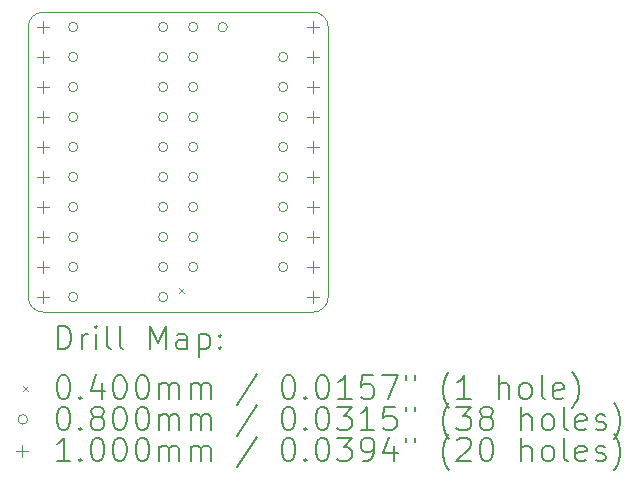
<source format=gbr>
%TF.GenerationSoftware,KiCad,Pcbnew,(6.0.7-1)-1*%
%TF.CreationDate,2022-08-10T01:19:31+02:00*%
%TF.ProjectId,led_bar,6c65645f-6261-4722-9e6b-696361645f70,rev?*%
%TF.SameCoordinates,Original*%
%TF.FileFunction,Drillmap*%
%TF.FilePolarity,Positive*%
%FSLAX45Y45*%
G04 Gerber Fmt 4.5, Leading zero omitted, Abs format (unit mm)*
G04 Created by KiCad (PCBNEW (6.0.7-1)-1) date 2022-08-10 01:19:31*
%MOMM*%
%LPD*%
G01*
G04 APERTURE LIST*
%ADD10C,0.100000*%
%ADD11C,0.200000*%
%ADD12C,0.040000*%
%ADD13C,0.080000*%
G04 APERTURE END LIST*
D10*
X13843000Y-14732000D02*
X13843000Y-12446000D01*
X13843000Y-14732000D02*
G75*
G03*
X13970000Y-14859000I127000J0D01*
G01*
X16383000Y-12446000D02*
G75*
G03*
X16256000Y-12319000I-127000J0D01*
G01*
X16256000Y-14859000D02*
X13970000Y-14859000D01*
X13970000Y-12319000D02*
X16256000Y-12319000D01*
X16383000Y-12446000D02*
X16383000Y-14732000D01*
X13970000Y-12319000D02*
G75*
G03*
X13843000Y-12446000I0J-127000D01*
G01*
X16256000Y-14859000D02*
G75*
G03*
X16383000Y-14732000I0J127000D01*
G01*
D11*
D12*
X15118400Y-14657450D02*
X15158400Y-14697450D01*
X15158400Y-14657450D02*
X15118400Y-14697450D01*
D13*
X14264000Y-12446000D02*
G75*
G03*
X14264000Y-12446000I-40000J0D01*
G01*
X14264000Y-12700000D02*
G75*
G03*
X14264000Y-12700000I-40000J0D01*
G01*
X14264000Y-12954000D02*
G75*
G03*
X14264000Y-12954000I-40000J0D01*
G01*
X14264000Y-13208000D02*
G75*
G03*
X14264000Y-13208000I-40000J0D01*
G01*
X14264000Y-13462000D02*
G75*
G03*
X14264000Y-13462000I-40000J0D01*
G01*
X14264000Y-13716000D02*
G75*
G03*
X14264000Y-13716000I-40000J0D01*
G01*
X14264000Y-13970000D02*
G75*
G03*
X14264000Y-13970000I-40000J0D01*
G01*
X14264000Y-14224000D02*
G75*
G03*
X14264000Y-14224000I-40000J0D01*
G01*
X14264000Y-14478000D02*
G75*
G03*
X14264000Y-14478000I-40000J0D01*
G01*
X14264000Y-14732000D02*
G75*
G03*
X14264000Y-14732000I-40000J0D01*
G01*
X15026000Y-12446000D02*
G75*
G03*
X15026000Y-12446000I-40000J0D01*
G01*
X15026000Y-12700000D02*
G75*
G03*
X15026000Y-12700000I-40000J0D01*
G01*
X15026000Y-12954000D02*
G75*
G03*
X15026000Y-12954000I-40000J0D01*
G01*
X15026000Y-13208000D02*
G75*
G03*
X15026000Y-13208000I-40000J0D01*
G01*
X15026000Y-13462000D02*
G75*
G03*
X15026000Y-13462000I-40000J0D01*
G01*
X15026000Y-13716000D02*
G75*
G03*
X15026000Y-13716000I-40000J0D01*
G01*
X15026000Y-13970000D02*
G75*
G03*
X15026000Y-13970000I-40000J0D01*
G01*
X15026000Y-14224000D02*
G75*
G03*
X15026000Y-14224000I-40000J0D01*
G01*
X15026000Y-14478000D02*
G75*
G03*
X15026000Y-14478000I-40000J0D01*
G01*
X15026000Y-14732000D02*
G75*
G03*
X15026000Y-14732000I-40000J0D01*
G01*
X15280000Y-12446000D02*
G75*
G03*
X15280000Y-12446000I-40000J0D01*
G01*
X15280000Y-12700000D02*
G75*
G03*
X15280000Y-12700000I-40000J0D01*
G01*
X15280000Y-12954000D02*
G75*
G03*
X15280000Y-12954000I-40000J0D01*
G01*
X15280000Y-13208000D02*
G75*
G03*
X15280000Y-13208000I-40000J0D01*
G01*
X15280000Y-13462000D02*
G75*
G03*
X15280000Y-13462000I-40000J0D01*
G01*
X15280000Y-13716000D02*
G75*
G03*
X15280000Y-13716000I-40000J0D01*
G01*
X15280000Y-13970000D02*
G75*
G03*
X15280000Y-13970000I-40000J0D01*
G01*
X15280000Y-14224000D02*
G75*
G03*
X15280000Y-14224000I-40000J0D01*
G01*
X15280000Y-14478000D02*
G75*
G03*
X15280000Y-14478000I-40000J0D01*
G01*
X15530000Y-12446000D02*
G75*
G03*
X15530000Y-12446000I-40000J0D01*
G01*
X16042000Y-12700000D02*
G75*
G03*
X16042000Y-12700000I-40000J0D01*
G01*
X16042000Y-12954000D02*
G75*
G03*
X16042000Y-12954000I-40000J0D01*
G01*
X16042000Y-13208000D02*
G75*
G03*
X16042000Y-13208000I-40000J0D01*
G01*
X16042000Y-13462000D02*
G75*
G03*
X16042000Y-13462000I-40000J0D01*
G01*
X16042000Y-13716000D02*
G75*
G03*
X16042000Y-13716000I-40000J0D01*
G01*
X16042000Y-13970000D02*
G75*
G03*
X16042000Y-13970000I-40000J0D01*
G01*
X16042000Y-14224000D02*
G75*
G03*
X16042000Y-14224000I-40000J0D01*
G01*
X16042000Y-14478000D02*
G75*
G03*
X16042000Y-14478000I-40000J0D01*
G01*
D10*
X13970000Y-12396000D02*
X13970000Y-12496000D01*
X13920000Y-12446000D02*
X14020000Y-12446000D01*
X13970000Y-12650000D02*
X13970000Y-12750000D01*
X13920000Y-12700000D02*
X14020000Y-12700000D01*
X13970000Y-12904000D02*
X13970000Y-13004000D01*
X13920000Y-12954000D02*
X14020000Y-12954000D01*
X13970000Y-13158000D02*
X13970000Y-13258000D01*
X13920000Y-13208000D02*
X14020000Y-13208000D01*
X13970000Y-13412000D02*
X13970000Y-13512000D01*
X13920000Y-13462000D02*
X14020000Y-13462000D01*
X13970000Y-13666000D02*
X13970000Y-13766000D01*
X13920000Y-13716000D02*
X14020000Y-13716000D01*
X13970000Y-13920000D02*
X13970000Y-14020000D01*
X13920000Y-13970000D02*
X14020000Y-13970000D01*
X13970000Y-14174000D02*
X13970000Y-14274000D01*
X13920000Y-14224000D02*
X14020000Y-14224000D01*
X13970000Y-14428000D02*
X13970000Y-14528000D01*
X13920000Y-14478000D02*
X14020000Y-14478000D01*
X13970000Y-14682000D02*
X13970000Y-14782000D01*
X13920000Y-14732000D02*
X14020000Y-14732000D01*
X16256000Y-12396000D02*
X16256000Y-12496000D01*
X16206000Y-12446000D02*
X16306000Y-12446000D01*
X16256000Y-12650000D02*
X16256000Y-12750000D01*
X16206000Y-12700000D02*
X16306000Y-12700000D01*
X16256000Y-12904000D02*
X16256000Y-13004000D01*
X16206000Y-12954000D02*
X16306000Y-12954000D01*
X16256000Y-13158000D02*
X16256000Y-13258000D01*
X16206000Y-13208000D02*
X16306000Y-13208000D01*
X16256000Y-13412000D02*
X16256000Y-13512000D01*
X16206000Y-13462000D02*
X16306000Y-13462000D01*
X16256000Y-13666000D02*
X16256000Y-13766000D01*
X16206000Y-13716000D02*
X16306000Y-13716000D01*
X16256000Y-13920000D02*
X16256000Y-14020000D01*
X16206000Y-13970000D02*
X16306000Y-13970000D01*
X16256000Y-14174000D02*
X16256000Y-14274000D01*
X16206000Y-14224000D02*
X16306000Y-14224000D01*
X16256000Y-14428000D02*
X16256000Y-14528000D01*
X16206000Y-14478000D02*
X16306000Y-14478000D01*
X16256000Y-14682000D02*
X16256000Y-14782000D01*
X16206000Y-14732000D02*
X16306000Y-14732000D01*
D11*
X14095619Y-15174476D02*
X14095619Y-14974476D01*
X14143238Y-14974476D01*
X14171809Y-14984000D01*
X14190857Y-15003048D01*
X14200381Y-15022095D01*
X14209905Y-15060190D01*
X14209905Y-15088762D01*
X14200381Y-15126857D01*
X14190857Y-15145905D01*
X14171809Y-15164952D01*
X14143238Y-15174476D01*
X14095619Y-15174476D01*
X14295619Y-15174476D02*
X14295619Y-15041143D01*
X14295619Y-15079238D02*
X14305143Y-15060190D01*
X14314667Y-15050667D01*
X14333714Y-15041143D01*
X14352762Y-15041143D01*
X14419428Y-15174476D02*
X14419428Y-15041143D01*
X14419428Y-14974476D02*
X14409905Y-14984000D01*
X14419428Y-14993524D01*
X14428952Y-14984000D01*
X14419428Y-14974476D01*
X14419428Y-14993524D01*
X14543238Y-15174476D02*
X14524190Y-15164952D01*
X14514667Y-15145905D01*
X14514667Y-14974476D01*
X14648000Y-15174476D02*
X14628952Y-15164952D01*
X14619428Y-15145905D01*
X14619428Y-14974476D01*
X14876571Y-15174476D02*
X14876571Y-14974476D01*
X14943238Y-15117333D01*
X15009905Y-14974476D01*
X15009905Y-15174476D01*
X15190857Y-15174476D02*
X15190857Y-15069714D01*
X15181333Y-15050667D01*
X15162286Y-15041143D01*
X15124190Y-15041143D01*
X15105143Y-15050667D01*
X15190857Y-15164952D02*
X15171809Y-15174476D01*
X15124190Y-15174476D01*
X15105143Y-15164952D01*
X15095619Y-15145905D01*
X15095619Y-15126857D01*
X15105143Y-15107809D01*
X15124190Y-15098286D01*
X15171809Y-15098286D01*
X15190857Y-15088762D01*
X15286095Y-15041143D02*
X15286095Y-15241143D01*
X15286095Y-15050667D02*
X15305143Y-15041143D01*
X15343238Y-15041143D01*
X15362286Y-15050667D01*
X15371809Y-15060190D01*
X15381333Y-15079238D01*
X15381333Y-15136381D01*
X15371809Y-15155428D01*
X15362286Y-15164952D01*
X15343238Y-15174476D01*
X15305143Y-15174476D01*
X15286095Y-15164952D01*
X15467048Y-15155428D02*
X15476571Y-15164952D01*
X15467048Y-15174476D01*
X15457524Y-15164952D01*
X15467048Y-15155428D01*
X15467048Y-15174476D01*
X15467048Y-15050667D02*
X15476571Y-15060190D01*
X15467048Y-15069714D01*
X15457524Y-15060190D01*
X15467048Y-15050667D01*
X15467048Y-15069714D01*
D12*
X13798000Y-15484000D02*
X13838000Y-15524000D01*
X13838000Y-15484000D02*
X13798000Y-15524000D01*
D11*
X14133714Y-15394476D02*
X14152762Y-15394476D01*
X14171809Y-15404000D01*
X14181333Y-15413524D01*
X14190857Y-15432571D01*
X14200381Y-15470667D01*
X14200381Y-15518286D01*
X14190857Y-15556381D01*
X14181333Y-15575428D01*
X14171809Y-15584952D01*
X14152762Y-15594476D01*
X14133714Y-15594476D01*
X14114667Y-15584952D01*
X14105143Y-15575428D01*
X14095619Y-15556381D01*
X14086095Y-15518286D01*
X14086095Y-15470667D01*
X14095619Y-15432571D01*
X14105143Y-15413524D01*
X14114667Y-15404000D01*
X14133714Y-15394476D01*
X14286095Y-15575428D02*
X14295619Y-15584952D01*
X14286095Y-15594476D01*
X14276571Y-15584952D01*
X14286095Y-15575428D01*
X14286095Y-15594476D01*
X14467048Y-15461143D02*
X14467048Y-15594476D01*
X14419428Y-15384952D02*
X14371809Y-15527809D01*
X14495619Y-15527809D01*
X14609905Y-15394476D02*
X14628952Y-15394476D01*
X14648000Y-15404000D01*
X14657524Y-15413524D01*
X14667048Y-15432571D01*
X14676571Y-15470667D01*
X14676571Y-15518286D01*
X14667048Y-15556381D01*
X14657524Y-15575428D01*
X14648000Y-15584952D01*
X14628952Y-15594476D01*
X14609905Y-15594476D01*
X14590857Y-15584952D01*
X14581333Y-15575428D01*
X14571809Y-15556381D01*
X14562286Y-15518286D01*
X14562286Y-15470667D01*
X14571809Y-15432571D01*
X14581333Y-15413524D01*
X14590857Y-15404000D01*
X14609905Y-15394476D01*
X14800381Y-15394476D02*
X14819428Y-15394476D01*
X14838476Y-15404000D01*
X14848000Y-15413524D01*
X14857524Y-15432571D01*
X14867048Y-15470667D01*
X14867048Y-15518286D01*
X14857524Y-15556381D01*
X14848000Y-15575428D01*
X14838476Y-15584952D01*
X14819428Y-15594476D01*
X14800381Y-15594476D01*
X14781333Y-15584952D01*
X14771809Y-15575428D01*
X14762286Y-15556381D01*
X14752762Y-15518286D01*
X14752762Y-15470667D01*
X14762286Y-15432571D01*
X14771809Y-15413524D01*
X14781333Y-15404000D01*
X14800381Y-15394476D01*
X14952762Y-15594476D02*
X14952762Y-15461143D01*
X14952762Y-15480190D02*
X14962286Y-15470667D01*
X14981333Y-15461143D01*
X15009905Y-15461143D01*
X15028952Y-15470667D01*
X15038476Y-15489714D01*
X15038476Y-15594476D01*
X15038476Y-15489714D02*
X15048000Y-15470667D01*
X15067048Y-15461143D01*
X15095619Y-15461143D01*
X15114667Y-15470667D01*
X15124190Y-15489714D01*
X15124190Y-15594476D01*
X15219428Y-15594476D02*
X15219428Y-15461143D01*
X15219428Y-15480190D02*
X15228952Y-15470667D01*
X15248000Y-15461143D01*
X15276571Y-15461143D01*
X15295619Y-15470667D01*
X15305143Y-15489714D01*
X15305143Y-15594476D01*
X15305143Y-15489714D02*
X15314667Y-15470667D01*
X15333714Y-15461143D01*
X15362286Y-15461143D01*
X15381333Y-15470667D01*
X15390857Y-15489714D01*
X15390857Y-15594476D01*
X15781333Y-15384952D02*
X15609905Y-15642095D01*
X16038476Y-15394476D02*
X16057524Y-15394476D01*
X16076571Y-15404000D01*
X16086095Y-15413524D01*
X16095619Y-15432571D01*
X16105143Y-15470667D01*
X16105143Y-15518286D01*
X16095619Y-15556381D01*
X16086095Y-15575428D01*
X16076571Y-15584952D01*
X16057524Y-15594476D01*
X16038476Y-15594476D01*
X16019428Y-15584952D01*
X16009905Y-15575428D01*
X16000381Y-15556381D01*
X15990857Y-15518286D01*
X15990857Y-15470667D01*
X16000381Y-15432571D01*
X16009905Y-15413524D01*
X16019428Y-15404000D01*
X16038476Y-15394476D01*
X16190857Y-15575428D02*
X16200381Y-15584952D01*
X16190857Y-15594476D01*
X16181333Y-15584952D01*
X16190857Y-15575428D01*
X16190857Y-15594476D01*
X16324190Y-15394476D02*
X16343238Y-15394476D01*
X16362286Y-15404000D01*
X16371809Y-15413524D01*
X16381333Y-15432571D01*
X16390857Y-15470667D01*
X16390857Y-15518286D01*
X16381333Y-15556381D01*
X16371809Y-15575428D01*
X16362286Y-15584952D01*
X16343238Y-15594476D01*
X16324190Y-15594476D01*
X16305143Y-15584952D01*
X16295619Y-15575428D01*
X16286095Y-15556381D01*
X16276571Y-15518286D01*
X16276571Y-15470667D01*
X16286095Y-15432571D01*
X16295619Y-15413524D01*
X16305143Y-15404000D01*
X16324190Y-15394476D01*
X16581333Y-15594476D02*
X16467048Y-15594476D01*
X16524190Y-15594476D02*
X16524190Y-15394476D01*
X16505143Y-15423048D01*
X16486095Y-15442095D01*
X16467048Y-15451619D01*
X16762286Y-15394476D02*
X16667048Y-15394476D01*
X16657524Y-15489714D01*
X16667048Y-15480190D01*
X16686095Y-15470667D01*
X16733714Y-15470667D01*
X16752762Y-15480190D01*
X16762286Y-15489714D01*
X16771809Y-15508762D01*
X16771809Y-15556381D01*
X16762286Y-15575428D01*
X16752762Y-15584952D01*
X16733714Y-15594476D01*
X16686095Y-15594476D01*
X16667048Y-15584952D01*
X16657524Y-15575428D01*
X16838476Y-15394476D02*
X16971810Y-15394476D01*
X16886095Y-15594476D01*
X17038476Y-15394476D02*
X17038476Y-15432571D01*
X17114667Y-15394476D02*
X17114667Y-15432571D01*
X17409905Y-15670667D02*
X17400381Y-15661143D01*
X17381333Y-15632571D01*
X17371810Y-15613524D01*
X17362286Y-15584952D01*
X17352762Y-15537333D01*
X17352762Y-15499238D01*
X17362286Y-15451619D01*
X17371810Y-15423048D01*
X17381333Y-15404000D01*
X17400381Y-15375428D01*
X17409905Y-15365905D01*
X17590857Y-15594476D02*
X17476571Y-15594476D01*
X17533714Y-15594476D02*
X17533714Y-15394476D01*
X17514667Y-15423048D01*
X17495619Y-15442095D01*
X17476571Y-15451619D01*
X17828952Y-15594476D02*
X17828952Y-15394476D01*
X17914667Y-15594476D02*
X17914667Y-15489714D01*
X17905143Y-15470667D01*
X17886095Y-15461143D01*
X17857524Y-15461143D01*
X17838476Y-15470667D01*
X17828952Y-15480190D01*
X18038476Y-15594476D02*
X18019429Y-15584952D01*
X18009905Y-15575428D01*
X18000381Y-15556381D01*
X18000381Y-15499238D01*
X18009905Y-15480190D01*
X18019429Y-15470667D01*
X18038476Y-15461143D01*
X18067048Y-15461143D01*
X18086095Y-15470667D01*
X18095619Y-15480190D01*
X18105143Y-15499238D01*
X18105143Y-15556381D01*
X18095619Y-15575428D01*
X18086095Y-15584952D01*
X18067048Y-15594476D01*
X18038476Y-15594476D01*
X18219429Y-15594476D02*
X18200381Y-15584952D01*
X18190857Y-15565905D01*
X18190857Y-15394476D01*
X18371810Y-15584952D02*
X18352762Y-15594476D01*
X18314667Y-15594476D01*
X18295619Y-15584952D01*
X18286095Y-15565905D01*
X18286095Y-15489714D01*
X18295619Y-15470667D01*
X18314667Y-15461143D01*
X18352762Y-15461143D01*
X18371810Y-15470667D01*
X18381333Y-15489714D01*
X18381333Y-15508762D01*
X18286095Y-15527809D01*
X18448000Y-15670667D02*
X18457524Y-15661143D01*
X18476571Y-15632571D01*
X18486095Y-15613524D01*
X18495619Y-15584952D01*
X18505143Y-15537333D01*
X18505143Y-15499238D01*
X18495619Y-15451619D01*
X18486095Y-15423048D01*
X18476571Y-15404000D01*
X18457524Y-15375428D01*
X18448000Y-15365905D01*
D13*
X13838000Y-15768000D02*
G75*
G03*
X13838000Y-15768000I-40000J0D01*
G01*
D11*
X14133714Y-15658476D02*
X14152762Y-15658476D01*
X14171809Y-15668000D01*
X14181333Y-15677524D01*
X14190857Y-15696571D01*
X14200381Y-15734667D01*
X14200381Y-15782286D01*
X14190857Y-15820381D01*
X14181333Y-15839428D01*
X14171809Y-15848952D01*
X14152762Y-15858476D01*
X14133714Y-15858476D01*
X14114667Y-15848952D01*
X14105143Y-15839428D01*
X14095619Y-15820381D01*
X14086095Y-15782286D01*
X14086095Y-15734667D01*
X14095619Y-15696571D01*
X14105143Y-15677524D01*
X14114667Y-15668000D01*
X14133714Y-15658476D01*
X14286095Y-15839428D02*
X14295619Y-15848952D01*
X14286095Y-15858476D01*
X14276571Y-15848952D01*
X14286095Y-15839428D01*
X14286095Y-15858476D01*
X14409905Y-15744190D02*
X14390857Y-15734667D01*
X14381333Y-15725143D01*
X14371809Y-15706095D01*
X14371809Y-15696571D01*
X14381333Y-15677524D01*
X14390857Y-15668000D01*
X14409905Y-15658476D01*
X14448000Y-15658476D01*
X14467048Y-15668000D01*
X14476571Y-15677524D01*
X14486095Y-15696571D01*
X14486095Y-15706095D01*
X14476571Y-15725143D01*
X14467048Y-15734667D01*
X14448000Y-15744190D01*
X14409905Y-15744190D01*
X14390857Y-15753714D01*
X14381333Y-15763238D01*
X14371809Y-15782286D01*
X14371809Y-15820381D01*
X14381333Y-15839428D01*
X14390857Y-15848952D01*
X14409905Y-15858476D01*
X14448000Y-15858476D01*
X14467048Y-15848952D01*
X14476571Y-15839428D01*
X14486095Y-15820381D01*
X14486095Y-15782286D01*
X14476571Y-15763238D01*
X14467048Y-15753714D01*
X14448000Y-15744190D01*
X14609905Y-15658476D02*
X14628952Y-15658476D01*
X14648000Y-15668000D01*
X14657524Y-15677524D01*
X14667048Y-15696571D01*
X14676571Y-15734667D01*
X14676571Y-15782286D01*
X14667048Y-15820381D01*
X14657524Y-15839428D01*
X14648000Y-15848952D01*
X14628952Y-15858476D01*
X14609905Y-15858476D01*
X14590857Y-15848952D01*
X14581333Y-15839428D01*
X14571809Y-15820381D01*
X14562286Y-15782286D01*
X14562286Y-15734667D01*
X14571809Y-15696571D01*
X14581333Y-15677524D01*
X14590857Y-15668000D01*
X14609905Y-15658476D01*
X14800381Y-15658476D02*
X14819428Y-15658476D01*
X14838476Y-15668000D01*
X14848000Y-15677524D01*
X14857524Y-15696571D01*
X14867048Y-15734667D01*
X14867048Y-15782286D01*
X14857524Y-15820381D01*
X14848000Y-15839428D01*
X14838476Y-15848952D01*
X14819428Y-15858476D01*
X14800381Y-15858476D01*
X14781333Y-15848952D01*
X14771809Y-15839428D01*
X14762286Y-15820381D01*
X14752762Y-15782286D01*
X14752762Y-15734667D01*
X14762286Y-15696571D01*
X14771809Y-15677524D01*
X14781333Y-15668000D01*
X14800381Y-15658476D01*
X14952762Y-15858476D02*
X14952762Y-15725143D01*
X14952762Y-15744190D02*
X14962286Y-15734667D01*
X14981333Y-15725143D01*
X15009905Y-15725143D01*
X15028952Y-15734667D01*
X15038476Y-15753714D01*
X15038476Y-15858476D01*
X15038476Y-15753714D02*
X15048000Y-15734667D01*
X15067048Y-15725143D01*
X15095619Y-15725143D01*
X15114667Y-15734667D01*
X15124190Y-15753714D01*
X15124190Y-15858476D01*
X15219428Y-15858476D02*
X15219428Y-15725143D01*
X15219428Y-15744190D02*
X15228952Y-15734667D01*
X15248000Y-15725143D01*
X15276571Y-15725143D01*
X15295619Y-15734667D01*
X15305143Y-15753714D01*
X15305143Y-15858476D01*
X15305143Y-15753714D02*
X15314667Y-15734667D01*
X15333714Y-15725143D01*
X15362286Y-15725143D01*
X15381333Y-15734667D01*
X15390857Y-15753714D01*
X15390857Y-15858476D01*
X15781333Y-15648952D02*
X15609905Y-15906095D01*
X16038476Y-15658476D02*
X16057524Y-15658476D01*
X16076571Y-15668000D01*
X16086095Y-15677524D01*
X16095619Y-15696571D01*
X16105143Y-15734667D01*
X16105143Y-15782286D01*
X16095619Y-15820381D01*
X16086095Y-15839428D01*
X16076571Y-15848952D01*
X16057524Y-15858476D01*
X16038476Y-15858476D01*
X16019428Y-15848952D01*
X16009905Y-15839428D01*
X16000381Y-15820381D01*
X15990857Y-15782286D01*
X15990857Y-15734667D01*
X16000381Y-15696571D01*
X16009905Y-15677524D01*
X16019428Y-15668000D01*
X16038476Y-15658476D01*
X16190857Y-15839428D02*
X16200381Y-15848952D01*
X16190857Y-15858476D01*
X16181333Y-15848952D01*
X16190857Y-15839428D01*
X16190857Y-15858476D01*
X16324190Y-15658476D02*
X16343238Y-15658476D01*
X16362286Y-15668000D01*
X16371809Y-15677524D01*
X16381333Y-15696571D01*
X16390857Y-15734667D01*
X16390857Y-15782286D01*
X16381333Y-15820381D01*
X16371809Y-15839428D01*
X16362286Y-15848952D01*
X16343238Y-15858476D01*
X16324190Y-15858476D01*
X16305143Y-15848952D01*
X16295619Y-15839428D01*
X16286095Y-15820381D01*
X16276571Y-15782286D01*
X16276571Y-15734667D01*
X16286095Y-15696571D01*
X16295619Y-15677524D01*
X16305143Y-15668000D01*
X16324190Y-15658476D01*
X16457524Y-15658476D02*
X16581333Y-15658476D01*
X16514667Y-15734667D01*
X16543238Y-15734667D01*
X16562286Y-15744190D01*
X16571809Y-15753714D01*
X16581333Y-15772762D01*
X16581333Y-15820381D01*
X16571809Y-15839428D01*
X16562286Y-15848952D01*
X16543238Y-15858476D01*
X16486095Y-15858476D01*
X16467048Y-15848952D01*
X16457524Y-15839428D01*
X16771809Y-15858476D02*
X16657524Y-15858476D01*
X16714667Y-15858476D02*
X16714667Y-15658476D01*
X16695619Y-15687048D01*
X16676571Y-15706095D01*
X16657524Y-15715619D01*
X16952762Y-15658476D02*
X16857524Y-15658476D01*
X16848000Y-15753714D01*
X16857524Y-15744190D01*
X16876571Y-15734667D01*
X16924190Y-15734667D01*
X16943238Y-15744190D01*
X16952762Y-15753714D01*
X16962286Y-15772762D01*
X16962286Y-15820381D01*
X16952762Y-15839428D01*
X16943238Y-15848952D01*
X16924190Y-15858476D01*
X16876571Y-15858476D01*
X16857524Y-15848952D01*
X16848000Y-15839428D01*
X17038476Y-15658476D02*
X17038476Y-15696571D01*
X17114667Y-15658476D02*
X17114667Y-15696571D01*
X17409905Y-15934667D02*
X17400381Y-15925143D01*
X17381333Y-15896571D01*
X17371810Y-15877524D01*
X17362286Y-15848952D01*
X17352762Y-15801333D01*
X17352762Y-15763238D01*
X17362286Y-15715619D01*
X17371810Y-15687048D01*
X17381333Y-15668000D01*
X17400381Y-15639428D01*
X17409905Y-15629905D01*
X17467048Y-15658476D02*
X17590857Y-15658476D01*
X17524190Y-15734667D01*
X17552762Y-15734667D01*
X17571810Y-15744190D01*
X17581333Y-15753714D01*
X17590857Y-15772762D01*
X17590857Y-15820381D01*
X17581333Y-15839428D01*
X17571810Y-15848952D01*
X17552762Y-15858476D01*
X17495619Y-15858476D01*
X17476571Y-15848952D01*
X17467048Y-15839428D01*
X17705143Y-15744190D02*
X17686095Y-15734667D01*
X17676571Y-15725143D01*
X17667048Y-15706095D01*
X17667048Y-15696571D01*
X17676571Y-15677524D01*
X17686095Y-15668000D01*
X17705143Y-15658476D01*
X17743238Y-15658476D01*
X17762286Y-15668000D01*
X17771810Y-15677524D01*
X17781333Y-15696571D01*
X17781333Y-15706095D01*
X17771810Y-15725143D01*
X17762286Y-15734667D01*
X17743238Y-15744190D01*
X17705143Y-15744190D01*
X17686095Y-15753714D01*
X17676571Y-15763238D01*
X17667048Y-15782286D01*
X17667048Y-15820381D01*
X17676571Y-15839428D01*
X17686095Y-15848952D01*
X17705143Y-15858476D01*
X17743238Y-15858476D01*
X17762286Y-15848952D01*
X17771810Y-15839428D01*
X17781333Y-15820381D01*
X17781333Y-15782286D01*
X17771810Y-15763238D01*
X17762286Y-15753714D01*
X17743238Y-15744190D01*
X18019429Y-15858476D02*
X18019429Y-15658476D01*
X18105143Y-15858476D02*
X18105143Y-15753714D01*
X18095619Y-15734667D01*
X18076571Y-15725143D01*
X18048000Y-15725143D01*
X18028952Y-15734667D01*
X18019429Y-15744190D01*
X18228952Y-15858476D02*
X18209905Y-15848952D01*
X18200381Y-15839428D01*
X18190857Y-15820381D01*
X18190857Y-15763238D01*
X18200381Y-15744190D01*
X18209905Y-15734667D01*
X18228952Y-15725143D01*
X18257524Y-15725143D01*
X18276571Y-15734667D01*
X18286095Y-15744190D01*
X18295619Y-15763238D01*
X18295619Y-15820381D01*
X18286095Y-15839428D01*
X18276571Y-15848952D01*
X18257524Y-15858476D01*
X18228952Y-15858476D01*
X18409905Y-15858476D02*
X18390857Y-15848952D01*
X18381333Y-15829905D01*
X18381333Y-15658476D01*
X18562286Y-15848952D02*
X18543238Y-15858476D01*
X18505143Y-15858476D01*
X18486095Y-15848952D01*
X18476571Y-15829905D01*
X18476571Y-15753714D01*
X18486095Y-15734667D01*
X18505143Y-15725143D01*
X18543238Y-15725143D01*
X18562286Y-15734667D01*
X18571810Y-15753714D01*
X18571810Y-15772762D01*
X18476571Y-15791809D01*
X18648000Y-15848952D02*
X18667048Y-15858476D01*
X18705143Y-15858476D01*
X18724190Y-15848952D01*
X18733714Y-15829905D01*
X18733714Y-15820381D01*
X18724190Y-15801333D01*
X18705143Y-15791809D01*
X18676571Y-15791809D01*
X18657524Y-15782286D01*
X18648000Y-15763238D01*
X18648000Y-15753714D01*
X18657524Y-15734667D01*
X18676571Y-15725143D01*
X18705143Y-15725143D01*
X18724190Y-15734667D01*
X18800381Y-15934667D02*
X18809905Y-15925143D01*
X18828952Y-15896571D01*
X18838476Y-15877524D01*
X18848000Y-15848952D01*
X18857524Y-15801333D01*
X18857524Y-15763238D01*
X18848000Y-15715619D01*
X18838476Y-15687048D01*
X18828952Y-15668000D01*
X18809905Y-15639428D01*
X18800381Y-15629905D01*
D10*
X13788000Y-15982000D02*
X13788000Y-16082000D01*
X13738000Y-16032000D02*
X13838000Y-16032000D01*
D11*
X14200381Y-16122476D02*
X14086095Y-16122476D01*
X14143238Y-16122476D02*
X14143238Y-15922476D01*
X14124190Y-15951048D01*
X14105143Y-15970095D01*
X14086095Y-15979619D01*
X14286095Y-16103428D02*
X14295619Y-16112952D01*
X14286095Y-16122476D01*
X14276571Y-16112952D01*
X14286095Y-16103428D01*
X14286095Y-16122476D01*
X14419428Y-15922476D02*
X14438476Y-15922476D01*
X14457524Y-15932000D01*
X14467048Y-15941524D01*
X14476571Y-15960571D01*
X14486095Y-15998667D01*
X14486095Y-16046286D01*
X14476571Y-16084381D01*
X14467048Y-16103428D01*
X14457524Y-16112952D01*
X14438476Y-16122476D01*
X14419428Y-16122476D01*
X14400381Y-16112952D01*
X14390857Y-16103428D01*
X14381333Y-16084381D01*
X14371809Y-16046286D01*
X14371809Y-15998667D01*
X14381333Y-15960571D01*
X14390857Y-15941524D01*
X14400381Y-15932000D01*
X14419428Y-15922476D01*
X14609905Y-15922476D02*
X14628952Y-15922476D01*
X14648000Y-15932000D01*
X14657524Y-15941524D01*
X14667048Y-15960571D01*
X14676571Y-15998667D01*
X14676571Y-16046286D01*
X14667048Y-16084381D01*
X14657524Y-16103428D01*
X14648000Y-16112952D01*
X14628952Y-16122476D01*
X14609905Y-16122476D01*
X14590857Y-16112952D01*
X14581333Y-16103428D01*
X14571809Y-16084381D01*
X14562286Y-16046286D01*
X14562286Y-15998667D01*
X14571809Y-15960571D01*
X14581333Y-15941524D01*
X14590857Y-15932000D01*
X14609905Y-15922476D01*
X14800381Y-15922476D02*
X14819428Y-15922476D01*
X14838476Y-15932000D01*
X14848000Y-15941524D01*
X14857524Y-15960571D01*
X14867048Y-15998667D01*
X14867048Y-16046286D01*
X14857524Y-16084381D01*
X14848000Y-16103428D01*
X14838476Y-16112952D01*
X14819428Y-16122476D01*
X14800381Y-16122476D01*
X14781333Y-16112952D01*
X14771809Y-16103428D01*
X14762286Y-16084381D01*
X14752762Y-16046286D01*
X14752762Y-15998667D01*
X14762286Y-15960571D01*
X14771809Y-15941524D01*
X14781333Y-15932000D01*
X14800381Y-15922476D01*
X14952762Y-16122476D02*
X14952762Y-15989143D01*
X14952762Y-16008190D02*
X14962286Y-15998667D01*
X14981333Y-15989143D01*
X15009905Y-15989143D01*
X15028952Y-15998667D01*
X15038476Y-16017714D01*
X15038476Y-16122476D01*
X15038476Y-16017714D02*
X15048000Y-15998667D01*
X15067048Y-15989143D01*
X15095619Y-15989143D01*
X15114667Y-15998667D01*
X15124190Y-16017714D01*
X15124190Y-16122476D01*
X15219428Y-16122476D02*
X15219428Y-15989143D01*
X15219428Y-16008190D02*
X15228952Y-15998667D01*
X15248000Y-15989143D01*
X15276571Y-15989143D01*
X15295619Y-15998667D01*
X15305143Y-16017714D01*
X15305143Y-16122476D01*
X15305143Y-16017714D02*
X15314667Y-15998667D01*
X15333714Y-15989143D01*
X15362286Y-15989143D01*
X15381333Y-15998667D01*
X15390857Y-16017714D01*
X15390857Y-16122476D01*
X15781333Y-15912952D02*
X15609905Y-16170095D01*
X16038476Y-15922476D02*
X16057524Y-15922476D01*
X16076571Y-15932000D01*
X16086095Y-15941524D01*
X16095619Y-15960571D01*
X16105143Y-15998667D01*
X16105143Y-16046286D01*
X16095619Y-16084381D01*
X16086095Y-16103428D01*
X16076571Y-16112952D01*
X16057524Y-16122476D01*
X16038476Y-16122476D01*
X16019428Y-16112952D01*
X16009905Y-16103428D01*
X16000381Y-16084381D01*
X15990857Y-16046286D01*
X15990857Y-15998667D01*
X16000381Y-15960571D01*
X16009905Y-15941524D01*
X16019428Y-15932000D01*
X16038476Y-15922476D01*
X16190857Y-16103428D02*
X16200381Y-16112952D01*
X16190857Y-16122476D01*
X16181333Y-16112952D01*
X16190857Y-16103428D01*
X16190857Y-16122476D01*
X16324190Y-15922476D02*
X16343238Y-15922476D01*
X16362286Y-15932000D01*
X16371809Y-15941524D01*
X16381333Y-15960571D01*
X16390857Y-15998667D01*
X16390857Y-16046286D01*
X16381333Y-16084381D01*
X16371809Y-16103428D01*
X16362286Y-16112952D01*
X16343238Y-16122476D01*
X16324190Y-16122476D01*
X16305143Y-16112952D01*
X16295619Y-16103428D01*
X16286095Y-16084381D01*
X16276571Y-16046286D01*
X16276571Y-15998667D01*
X16286095Y-15960571D01*
X16295619Y-15941524D01*
X16305143Y-15932000D01*
X16324190Y-15922476D01*
X16457524Y-15922476D02*
X16581333Y-15922476D01*
X16514667Y-15998667D01*
X16543238Y-15998667D01*
X16562286Y-16008190D01*
X16571809Y-16017714D01*
X16581333Y-16036762D01*
X16581333Y-16084381D01*
X16571809Y-16103428D01*
X16562286Y-16112952D01*
X16543238Y-16122476D01*
X16486095Y-16122476D01*
X16467048Y-16112952D01*
X16457524Y-16103428D01*
X16676571Y-16122476D02*
X16714667Y-16122476D01*
X16733714Y-16112952D01*
X16743238Y-16103428D01*
X16762286Y-16074857D01*
X16771809Y-16036762D01*
X16771809Y-15960571D01*
X16762286Y-15941524D01*
X16752762Y-15932000D01*
X16733714Y-15922476D01*
X16695619Y-15922476D01*
X16676571Y-15932000D01*
X16667048Y-15941524D01*
X16657524Y-15960571D01*
X16657524Y-16008190D01*
X16667048Y-16027238D01*
X16676571Y-16036762D01*
X16695619Y-16046286D01*
X16733714Y-16046286D01*
X16752762Y-16036762D01*
X16762286Y-16027238D01*
X16771809Y-16008190D01*
X16943238Y-15989143D02*
X16943238Y-16122476D01*
X16895619Y-15912952D02*
X16848000Y-16055809D01*
X16971810Y-16055809D01*
X17038476Y-15922476D02*
X17038476Y-15960571D01*
X17114667Y-15922476D02*
X17114667Y-15960571D01*
X17409905Y-16198667D02*
X17400381Y-16189143D01*
X17381333Y-16160571D01*
X17371810Y-16141524D01*
X17362286Y-16112952D01*
X17352762Y-16065333D01*
X17352762Y-16027238D01*
X17362286Y-15979619D01*
X17371810Y-15951048D01*
X17381333Y-15932000D01*
X17400381Y-15903428D01*
X17409905Y-15893905D01*
X17476571Y-15941524D02*
X17486095Y-15932000D01*
X17505143Y-15922476D01*
X17552762Y-15922476D01*
X17571810Y-15932000D01*
X17581333Y-15941524D01*
X17590857Y-15960571D01*
X17590857Y-15979619D01*
X17581333Y-16008190D01*
X17467048Y-16122476D01*
X17590857Y-16122476D01*
X17714667Y-15922476D02*
X17733714Y-15922476D01*
X17752762Y-15932000D01*
X17762286Y-15941524D01*
X17771810Y-15960571D01*
X17781333Y-15998667D01*
X17781333Y-16046286D01*
X17771810Y-16084381D01*
X17762286Y-16103428D01*
X17752762Y-16112952D01*
X17733714Y-16122476D01*
X17714667Y-16122476D01*
X17695619Y-16112952D01*
X17686095Y-16103428D01*
X17676571Y-16084381D01*
X17667048Y-16046286D01*
X17667048Y-15998667D01*
X17676571Y-15960571D01*
X17686095Y-15941524D01*
X17695619Y-15932000D01*
X17714667Y-15922476D01*
X18019429Y-16122476D02*
X18019429Y-15922476D01*
X18105143Y-16122476D02*
X18105143Y-16017714D01*
X18095619Y-15998667D01*
X18076571Y-15989143D01*
X18048000Y-15989143D01*
X18028952Y-15998667D01*
X18019429Y-16008190D01*
X18228952Y-16122476D02*
X18209905Y-16112952D01*
X18200381Y-16103428D01*
X18190857Y-16084381D01*
X18190857Y-16027238D01*
X18200381Y-16008190D01*
X18209905Y-15998667D01*
X18228952Y-15989143D01*
X18257524Y-15989143D01*
X18276571Y-15998667D01*
X18286095Y-16008190D01*
X18295619Y-16027238D01*
X18295619Y-16084381D01*
X18286095Y-16103428D01*
X18276571Y-16112952D01*
X18257524Y-16122476D01*
X18228952Y-16122476D01*
X18409905Y-16122476D02*
X18390857Y-16112952D01*
X18381333Y-16093905D01*
X18381333Y-15922476D01*
X18562286Y-16112952D02*
X18543238Y-16122476D01*
X18505143Y-16122476D01*
X18486095Y-16112952D01*
X18476571Y-16093905D01*
X18476571Y-16017714D01*
X18486095Y-15998667D01*
X18505143Y-15989143D01*
X18543238Y-15989143D01*
X18562286Y-15998667D01*
X18571810Y-16017714D01*
X18571810Y-16036762D01*
X18476571Y-16055809D01*
X18648000Y-16112952D02*
X18667048Y-16122476D01*
X18705143Y-16122476D01*
X18724190Y-16112952D01*
X18733714Y-16093905D01*
X18733714Y-16084381D01*
X18724190Y-16065333D01*
X18705143Y-16055809D01*
X18676571Y-16055809D01*
X18657524Y-16046286D01*
X18648000Y-16027238D01*
X18648000Y-16017714D01*
X18657524Y-15998667D01*
X18676571Y-15989143D01*
X18705143Y-15989143D01*
X18724190Y-15998667D01*
X18800381Y-16198667D02*
X18809905Y-16189143D01*
X18828952Y-16160571D01*
X18838476Y-16141524D01*
X18848000Y-16112952D01*
X18857524Y-16065333D01*
X18857524Y-16027238D01*
X18848000Y-15979619D01*
X18838476Y-15951048D01*
X18828952Y-15932000D01*
X18809905Y-15903428D01*
X18800381Y-15893905D01*
M02*

</source>
